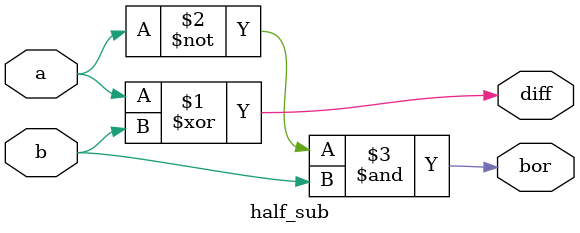
<source format=v>
`timescale 1ns / 1ps


module half_sub(
    input a,
    input b,
    output diff,
    output bor
    );
    assign diff=a^b;
    assign bor=~a&b;
endmodule

</source>
